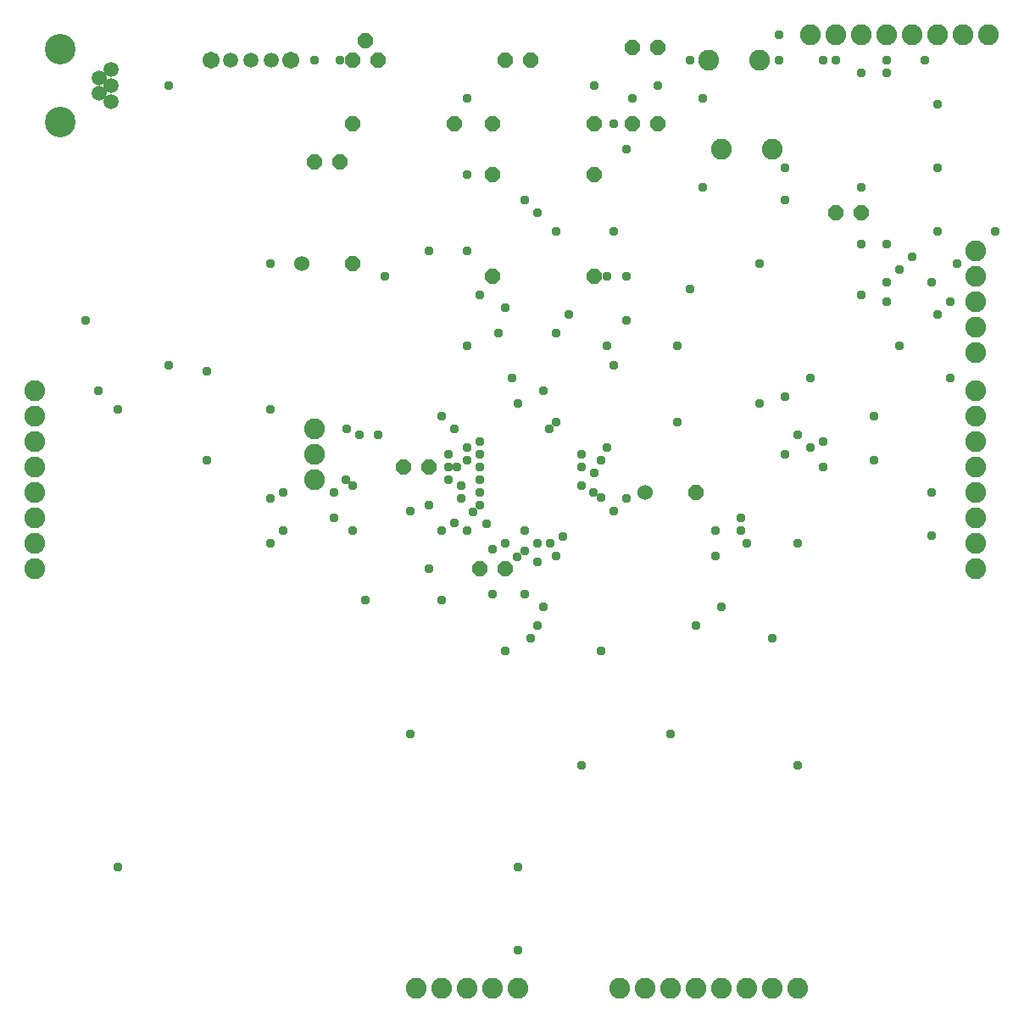
<source format=gbr>
G04 EAGLE Gerber RS-274X export*
G75*
%MOMM*%
%FSLAX34Y34*%
%LPD*%
%INSoldermask Top*%
%IPPOS*%
%AMOC8*
5,1,8,0,0,1.08239X$1,22.5*%
G01*
%ADD10P,1.649562X8X202.500000*%
%ADD11P,1.649562X8X22.500000*%
%ADD12C,1.524000*%
%ADD13C,1.511200*%
%ADD14C,3.053200*%
%ADD15P,1.649562X8X112.500000*%
%ADD16C,2.082800*%
%ADD17C,1.711200*%
%ADD18C,0.959600*%


D10*
X419100Y546100D03*
X393700Y546100D03*
X495300Y444500D03*
X469900Y444500D03*
X850900Y800100D03*
X825500Y800100D03*
X520700Y952500D03*
X495300Y952500D03*
D11*
X304800Y850900D03*
X330200Y850900D03*
D12*
X292100Y749300D03*
D11*
X342900Y749300D03*
D12*
X635000Y520700D03*
D11*
X685800Y520700D03*
D13*
X101800Y943100D03*
X101800Y927100D03*
X101800Y911100D03*
X89800Y935100D03*
X89800Y919100D03*
D14*
X50800Y890600D03*
X50800Y963600D03*
D11*
X622300Y965200D03*
X647700Y965200D03*
X622300Y889000D03*
X647700Y889000D03*
X482600Y889000D03*
X584200Y889000D03*
D10*
X444500Y889000D03*
X342900Y889000D03*
D15*
X482600Y736600D03*
X482600Y838200D03*
X584200Y736600D03*
X584200Y838200D03*
D16*
X304800Y533400D03*
X304800Y558800D03*
X304800Y584200D03*
X800100Y977900D03*
X825500Y977900D03*
X850900Y977900D03*
X876300Y977900D03*
X901700Y977900D03*
X927100Y977900D03*
X952500Y977900D03*
X977900Y977900D03*
D17*
X281300Y952500D03*
X201300Y952500D03*
D13*
X261300Y952500D03*
X241300Y952500D03*
X221300Y952500D03*
D11*
X368300Y952500D03*
X355600Y971550D03*
X342900Y952500D03*
D16*
X698500Y952500D03*
X749300Y952500D03*
X711200Y863600D03*
X762000Y863600D03*
X965200Y444500D03*
X965200Y469900D03*
X965200Y495300D03*
X965200Y520700D03*
X965200Y546100D03*
X965200Y571500D03*
X965200Y596900D03*
X965200Y622300D03*
X609600Y25400D03*
X635000Y25400D03*
X660400Y25400D03*
X685800Y25400D03*
X711200Y25400D03*
X736600Y25400D03*
X762000Y25400D03*
X787400Y25400D03*
X25400Y622300D03*
X25400Y596900D03*
X25400Y571500D03*
X25400Y546100D03*
X25400Y520700D03*
X25400Y495300D03*
X25400Y469900D03*
X25400Y444500D03*
X406400Y25400D03*
X431800Y25400D03*
X457200Y25400D03*
X482600Y25400D03*
X508000Y25400D03*
X965200Y660400D03*
X965200Y685800D03*
X965200Y711200D03*
X965200Y736600D03*
X965200Y762000D03*
D18*
X825500Y952500D03*
X768350Y952500D03*
X768350Y977900D03*
X812800Y952500D03*
X787400Y469900D03*
X539674Y584124D03*
X787400Y577850D03*
X330200Y952500D03*
X304800Y952500D03*
X622300Y914400D03*
X457200Y914400D03*
X457200Y762000D03*
X457200Y838200D03*
X850900Y825500D03*
X692150Y825500D03*
X692150Y914400D03*
X469900Y533400D03*
X438150Y533400D03*
X438150Y546100D03*
X260350Y603250D03*
X260350Y749300D03*
X107950Y603250D03*
X107950Y146050D03*
X508000Y146050D03*
X527050Y469900D03*
X495300Y469900D03*
X419100Y762000D03*
X590550Y361950D03*
X495300Y361950D03*
X508000Y63500D03*
X584200Y927100D03*
X647700Y927100D03*
X469900Y546100D03*
X447238Y546100D03*
X444500Y584200D03*
X336550Y584200D03*
X336474Y533476D03*
X457200Y552450D03*
X438150Y558800D03*
X431800Y596900D03*
X527050Y800100D03*
X571500Y527050D03*
X457200Y482600D03*
X679450Y952500D03*
X679450Y723900D03*
X431800Y482600D03*
X514350Y482600D03*
X374650Y736600D03*
X368300Y577850D03*
X349250Y577850D03*
X355600Y412750D03*
X431800Y412750D03*
X571500Y558968D03*
X774700Y558800D03*
X774700Y615950D03*
X590550Y552450D03*
X863600Y552450D03*
X863600Y596900D03*
X571500Y546100D03*
X812800Y546100D03*
X812800Y571500D03*
X584200Y539750D03*
X571500Y247650D03*
X787400Y247650D03*
X552450Y476250D03*
X920750Y477238D03*
X920750Y520700D03*
X730250Y495300D03*
X730250Y482600D03*
X704850Y482600D03*
X704850Y457200D03*
X546100Y457200D03*
X539768Y469900D03*
X736600Y469900D03*
X520700Y374650D03*
X762000Y374650D03*
X507430Y456630D03*
X527050Y450850D03*
X527050Y387350D03*
X685800Y387350D03*
X482600Y419100D03*
X514350Y419100D03*
X514350Y462562D03*
X482600Y463550D03*
X476250Y488950D03*
X444500Y489938D03*
X469900Y558800D03*
X469900Y571500D03*
X469900Y717550D03*
X850900Y717550D03*
X850900Y768350D03*
X876300Y768350D03*
X876300Y939800D03*
X850900Y939800D03*
X615950Y863600D03*
X615950Y736600D03*
X457200Y565150D03*
X457200Y666750D03*
X596900Y666750D03*
X596900Y736600D03*
X603250Y889000D03*
X603250Y781050D03*
X546100Y781050D03*
X546100Y679450D03*
X488632Y679450D03*
X495300Y704850D03*
X876300Y711200D03*
X876300Y730250D03*
X920750Y730250D03*
X914400Y952500D03*
X876300Y952500D03*
X501650Y635000D03*
X196850Y641350D03*
X196850Y552450D03*
X508000Y609600D03*
X749300Y609600D03*
X749300Y749300D03*
X901700Y755650D03*
X514350Y812800D03*
X927100Y908050D03*
X774700Y812800D03*
X774700Y844550D03*
X927100Y844550D03*
X946150Y749300D03*
X889000Y742950D03*
X889000Y666750D03*
X666750Y666750D03*
X666750Y590550D03*
X546100Y590550D03*
X558800Y698500D03*
X927100Y698500D03*
X927100Y781050D03*
X984250Y781050D03*
X88900Y622300D03*
X533400Y622300D03*
X583342Y520982D03*
X603250Y501650D03*
X603250Y647700D03*
X158750Y647700D03*
X158750Y927100D03*
X615950Y514350D03*
X615950Y692150D03*
X76200Y692150D03*
X590550Y515338D03*
X711200Y406400D03*
X533700Y406700D03*
X463474Y501574D03*
X400050Y501650D03*
X400050Y279400D03*
X660400Y279400D03*
X450850Y514350D03*
X260350Y514350D03*
X260350Y469900D03*
X469900Y520700D03*
X323850Y495300D03*
X323850Y520700D03*
X419100Y444500D03*
X419100Y508000D03*
X469900Y508000D03*
X450850Y527050D03*
X273050Y520700D03*
X273050Y482600D03*
X342900Y482600D03*
X342900Y527050D03*
X596900Y565150D03*
X800100Y565150D03*
X800100Y635000D03*
X939800Y635000D03*
X939800Y711200D03*
M02*

</source>
